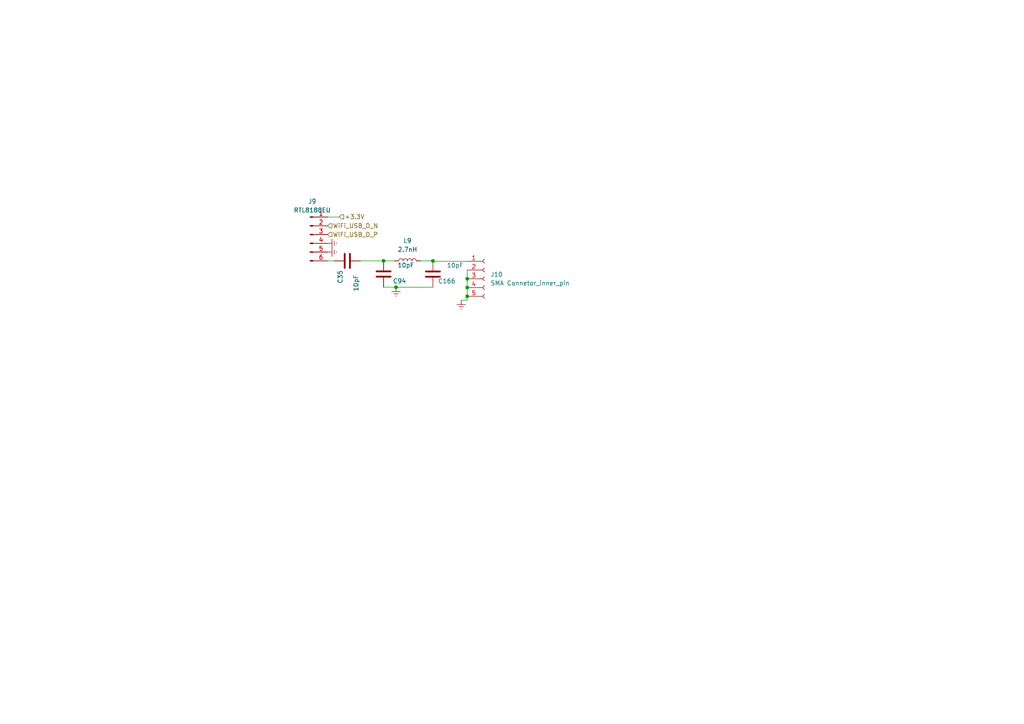
<source format=kicad_sch>
(kicad_sch (version 20231120) (generator "eeschema") (generator_version "8.0")
  (paper "A4")
  (lib_symbols
    (symbol "Connector:Conn_01x05_Socket" (pin_names (offset 1.016) hide)
      (property "Reference" "J" (at 0 7.62 0))
      (property "Value" "Conn_01x05_Socket" (at 0 -7.62 0))
      (symbol "Conn_01x05_Socket_1_1"
        (arc (start 0 -4.572) (mid -0.5058 -5.08) (end 0 -5.588) (stroke (width 0.1524)))
        (arc (start 0 -2.032) (mid -0.5058 -2.54) (end 0 -3.048) (stroke (width 0.1524)))
        (polyline (pts (xy -1.27 -5.08) (xy -0.508 -5.08)) (stroke (width 0.1524)))
        (polyline (pts (xy -1.27 -2.54) (xy -0.508 -2.54)) (stroke (width 0.1524)))
        (polyline (pts (xy -1.27 0) (xy -0.508 0)) (stroke (width 0.1524)))
        (polyline (pts (xy -1.27 2.54) (xy -0.508 2.54)) (stroke (width 0.1524)))
        (polyline (pts (xy -1.27 5.08) (xy -0.508 5.08)) (stroke (width 0.1524)))
        (arc (start 0 0.508) (mid -0.5058 0) (end 0 -0.508) (stroke (width 0.1524)))
        (arc (start 0 3.048) (mid -0.5058 2.54) (end 0 2.032) (stroke (width 0.1524)))
        (arc (start 0 5.588) (mid -0.5058 5.08) (end 0 4.572) (stroke (width 0.1524)))
        (pin passive line (at -5.08 5.08 0) (length 3.81) (name "Pin_1") (number "1"))
        (pin passive line (at -5.08 2.54 0) (length 3.81) (name "Pin_2") (number "2"))
        (pin passive line (at -5.08 0 0) (length 3.81) (name "Pin_3") (number "3"))
        (pin passive line (at -5.08 -2.54 0) (length 3.81) (name "Pin_4") (number "4"))
        (pin passive line (at -5.08 -5.08 0) (length 3.81) (name "Pin_5") (number "5"))
      )
    )
    (symbol "Connector:Conn_01x06_Pin" (pin_names (offset 1.016) hide)
      (property "Reference" "J" (at 0 7.62 0))
      (property "Value" "Conn_01x06_Pin" (at 0 -10.16 0))
      (symbol "Conn_01x06_Pin_1_1"
        (polyline (pts (xy 1.27 -7.62) (xy 0.8636 -7.62)) (stroke (width 0.1524)))
        (polyline (pts (xy 1.27 -5.08) (xy 0.8636 -5.08)) (stroke (width 0.1524)))
        (polyline (pts (xy 1.27 -2.54) (xy 0.8636 -2.54)) (stroke (width 0.1524)))
        (polyline (pts (xy 1.27 0) (xy 0.8636 0)) (stroke (width 0.1524)))
        (polyline (pts (xy 1.27 2.54) (xy 0.8636 2.54)) (stroke (width 0.1524)))
        (polyline (pts (xy 1.27 5.08) (xy 0.8636 5.08)) (stroke (width 0.1524)))
        (rectangle (start 0.8636 -7.493) (end 0 -7.747) (stroke (width 0.1524)) (fill (type outline)))
        (rectangle (start 0.8636 -4.953) (end 0 -5.207) (stroke (width 0.1524)) (fill (type outline)))
        (rectangle (start 0.8636 -2.413) (end 0 -2.667) (stroke (width 0.1524)) (fill (type outline)))
        (rectangle (start 0.8636 0.127) (end 0 -0.127) (stroke (width 0.1524)) (fill (type outline)))
        (rectangle (start 0.8636 2.667) (end 0 2.413) (stroke (width 0.1524)) (fill (type outline)))
        (rectangle (start 0.8636 5.207) (end 0 4.953) (stroke (width 0.1524)) (fill (type outline)))
        (pin passive line (at 5.08 5.08 180) (length 3.81) (name "Pin_1") (number "1"))
        (pin passive line (at 5.08 2.54 180) (length 3.81) (name "Pin_2") (number "2"))
        (pin passive line (at 5.08 0 180) (length 3.81) (name "Pin_3") (number "3"))
        (pin passive line (at 5.08 -2.54 180) (length 3.81) (name "Pin_4") (number "4"))
        (pin passive line (at 5.08 -5.08 180) (length 3.81) (name "Pin_5") (number "5"))
        (pin passive line (at 5.08 -7.62 180) (length 3.81) (name "Pin_6") (number "6"))
      )
    )
    (symbol "Device:C" (pin_numbers hide) (pin_names (offset 0.254))
      (property "Reference" "C" (at 0.635 2.54 0))
      (property "Value" "C" (at 0.635 -2.54 0))
      (symbol "C_0_1"
        (polyline (pts (xy -2.032 -0.762) (xy 2.032 -0.762)) (stroke (width 0.508)))
        (polyline (pts (xy -2.032 0.762) (xy 2.032 0.762)) (stroke (width 0.508)))
      )
      (symbol "C_1_1"
        (pin passive line (at 0 3.81 270) (length 2.794) (name "~") (number "1"))
        (pin passive line (at 0 -3.81 90) (length 2.794) (name "~") (number "2"))
      )
    )
    (symbol "Device:L" (pin_numbers hide) (pin_names (offset 1.016) hide)
      (property "Reference" "L" (at -1.27 0 90))
      (property "Value" "L" (at 1.905 0 90))
      (symbol "L_0_1"
        (arc (start 0 -2.54) (mid 0.6323 -1.905) (end 0 -1.27))
        (arc (start 0 -1.27) (mid 0.6323 -0.635) (end 0 0))
        (arc (start 0 0) (mid 0.6323 0.635) (end 0 1.27))
        (arc (start 0 1.27) (mid 0.6323 1.905) (end 0 2.54))
      )
      (symbol "L_1_1"
        (pin passive line (at 0 3.81 270) (length 1.27) (name "1") (number "1"))
        (pin passive line (at 0 -3.81 90) (length 1.27) (name "2") (number "2"))
      )
    )
    (symbol "power:Earth" (power) (pin_names (offset 0))
      (symbol "Earth_0_1"
        (polyline (pts (xy -0.635 -1.905) (xy 0.635 -1.905)))
        (polyline (pts (xy -0.127 -2.54) (xy 0.127 -2.54)))
        (polyline (pts (xy 0 -1.27) (xy 0 0)))
        (polyline (pts (xy 1.27 -1.27) (xy -1.27 -1.27)))
      )
      (symbol "Earth_1_1"
        (pin power_in line (at 0 0 270) (length 0) hide (name "Earth") (number "1"))
      )
    )
  )
  (junction (at 125.5635 75.6923))
  (junction (at 111.2547 75.6661))
  (junction (at 135.5099 83.4044))
  (junction (at 135.5099 80.8644))
  (junction (at 135.5099 85.9444))
  (junction (at 114.8596 83.3123))
  (wire (pts (xy 125.5635 83.3123) (xy 114.8596 83.3123)))
  (wire (pts (xy 111.2547 83.2861) (xy 114.8596 83.2861)))
  (wire (pts (xy 98.4348 62.9529) (xy 95.018 62.9529)))
  (wire (pts (xy 125.5635 75.6923) (xy 125.5635 75.6649)))
  (wire (pts (xy 125.5635 75.6649) (xy 122.0011 75.6649)))
  (wire (pts (xy 111.2547 75.6661) (xy 114.3811 75.6661)))
  (wire (pts (xy 104.5436 75.6661) (xy 111.2547 75.6661)))
  (wire (pts (xy 125.5635 75.7844) (xy 125.5635 75.6923)))
  (wire (pts (xy 135.5099 80.8644) (xy 135.5099 83.4044)))
  (wire (pts (xy 135.5099 87.0593) (xy 133.7764 87.0593)))
  (wire (pts (xy 135.5099 78.3244) (xy 135.5099 80.8644)))
  (wire (pts (xy 96.9236 75.6661) (xy 95.018 75.6661)))
  (wire (pts (xy 114.8596 83.2861) (xy 114.8596 83.3123)))
  (wire (pts (xy 135.5099 83.4044) (xy 135.5099 85.9444)))
  (wire (pts (xy 135.5099 85.9444) (xy 135.5099 87.0593)))
  (wire (pts (xy 135.5099 75.7844) (xy 125.5635 75.7844)))
  (wire (pts (xy 98.4348 62.8841) (xy 98.4348 62.9529)))
  (wire (pts (xy 114.3811 75.6661) (xy 114.3811 75.6649)))
  (wire (pts (xy 95.018 75.6661) (xy 95.018 75.6529)))
  (hierarchical_label "WiFi_USB_D_P" (shape input) (at 95.018 68.0329 0))
  (hierarchical_label "+3.3V" (shape input) (at 98.4348 62.8841 0))
  (hierarchical_label "WiFi_USB_D_N" (shape input) (at 95.018 65.4929 0))
  (symbol (lib_id "Device:L") (at 118.1911 75.6649 90) (unit 1)
    (property "Reference" "L9" (at 118.1911 69.8225 90))
    (property "Value" "2.7nH" (at 118.1911 72.3625 90))
    (property "Footprint" "Inductor_SMD:L_0603_1608Metric" (effects (hide yes)))
    (property "Description" "Inductor" (effects (hide yes)))
    (property "MPN" "SCC1608C2N7SSP" (effects (hide yes)))
  )
  (symbol (lib_id "Device:C") (at 111.2547 79.4761 0) (unit 1)
    (property "Reference" "C94" (at 117.8587 81.5081 0) (effects (justify right)))
    (property "Value" "10pF" (at 120.1447 76.9361 0) (effects (justify right)))
    (property "Footprint" "Capacitor_SMD:C_0603_1608Metric" (effects (hide yes)))
  )
  (symbol (lib_id "power:Earth") (at 133.7764 87.0593 0) (unit 1)
    (property "Reference" "#PWR0206" (effects (hide yes)))
    (property "Value" "Earth" (effects (hide yes)))
    (property "Description" "Power symbol creates a global label with name \"Earth\"" (effects (hide yes)))
  )
  (symbol (lib_id "power:Earth") (at 95.018 73.1129 90) (unit 1)
    (property "Reference" "#PWR0137" (effects (hide yes)))
    (property "Value" "Earth" (effects (hide yes)))
    (property "Description" "Power symbol creates a global label with name \"Earth\"" (effects (hide yes)))
  )
  (symbol (lib_id "Connector:Conn_01x06_Pin") (at 89.938 68.0329 0) (unit 1)
    (property "Reference" "J9" (at 90.573 58.42 0))
    (property "Value" "RTL8188EU" (at 90.573 60.96 0))
    (property "Footprint" "RTL8188EU:RTL8188EU" (effects (hide yes)))
    (property "Description" "Generic connector, single row, 01x06, script generated" (effects (hide yes)))
    (property "MPN" "RTL8188EU" (effects (hide yes)))
  )
  (symbol (lib_id "Device:C") (at 100.7336 75.6661 270) (unit 1)
    (property "Reference" "C35" (at 98.7016 82.2701 0) (effects (justify right)))
    (property "Value" "10pF" (at 103.2736 84.5561 0) (effects (justify right)))
    (property "Footprint" "Capacitor_SMD:C_0603_1608Metric" (effects (hide yes)))
  )
  (symbol (lib_id "power:Earth") (at 95.018 70.5729 90) (unit 1)
    (property "Reference" "#PWR041" (effects (hide yes)))
    (property "Value" "Earth" (effects (hide yes)))
    (property "Description" "Power symbol creates a global label with name \"Earth\"" (effects (hide yes)))
  )
  (symbol (lib_id "Connector:Conn_01x05_Socket") (at 140.5899 80.8644 0) (unit 1)
    (property "Reference" "J10" (at 142.24 79.5943 0) (effects (justify left)))
    (property "Value" "SMA Connetor_inner_pin" (at 142.24 82.1343 0) (effects (justify left)))
    (property "Footprint" "Connector_Coaxial:SMA_Connector_inner_pin_right_angle" (effects (hide yes)))
    (property "Description" "Generic connector, single row, 01x05, script generated" (effects (hide yes)))
    (property "MPN" "SMA Connetor_inner_pin" (effects (hide yes)))
  )
  (symbol (lib_id "power:Earth") (at 114.8596 83.3123 0) (unit 1)
    (property "Reference" "#PWR0205" (effects (hide yes)))
    (property "Value" "Earth" (effects (hide yes)))
    (property "Description" "Power symbol creates a global label with name \"Earth\"" (effects (hide yes)))
  )
  (symbol (lib_id "Device:C") (at 125.5635 79.5023 0) (unit 1)
    (property "Reference" "C166" (at 132.1675 81.5343 0) (effects (justify right)))
    (property "Value" "10pF" (at 134.4535 76.9623 0) (effects (justify right)))
    (property "Footprint" "Capacitor_SMD:C_0603_1608Metric" (effects (hide yes)))
  )
)
</source>
